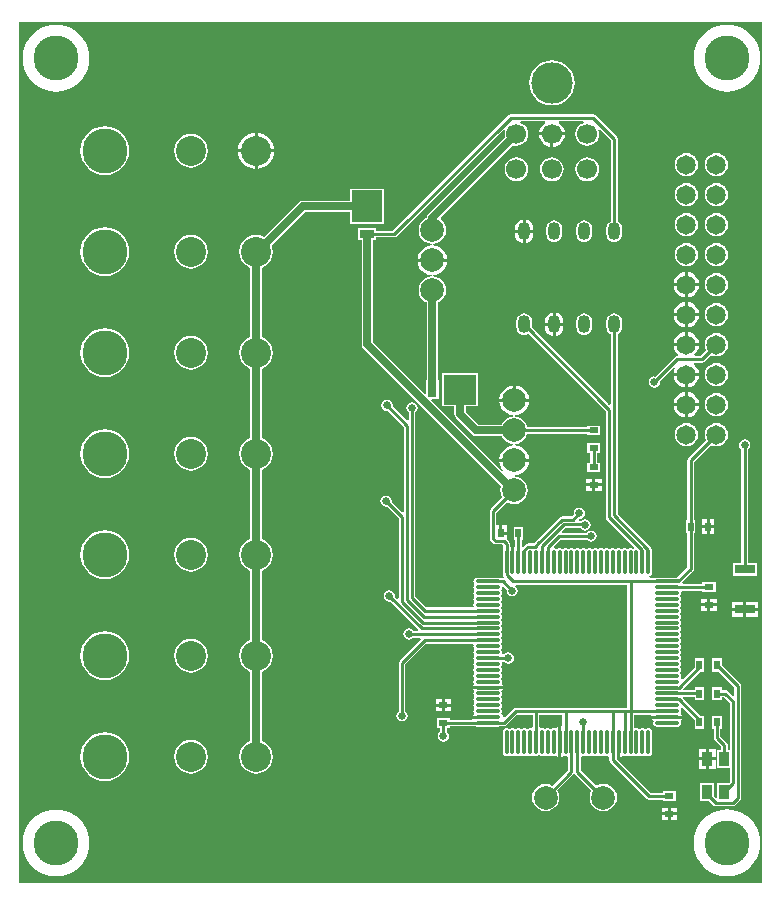
<source format=gtl>
G04 Layer_Physical_Order=1*
G04 Layer_Color=255*
%FSLAX44Y44*%
%MOMM*%
G71*
G01*
G75*
%ADD10R,0.8000X0.5000*%
%ADD11R,1.7000X0.8000*%
%ADD12R,0.5000X0.8000*%
%ADD13O,0.3000X2.1000*%
%ADD14O,2.1000X0.3000*%
%ADD15R,0.9000X1.2000*%
%ADD16R,2.5400X2.6670*%
%ADD17R,1.2700X0.7620*%
%ADD18R,2.6670X2.5400*%
%ADD19R,0.7620X1.2700*%
%ADD20C,0.2540*%
%ADD21C,0.6350*%
%ADD22C,0.5080*%
%ADD23C,2.0000*%
%ADD24C,3.8100*%
%ADD25C,1.6510*%
%ADD26C,2.5400*%
%ADD27C,1.7000*%
%ADD28C,3.5000*%
%ADD29O,1.0160X1.5240*%
%ADD30C,0.6350*%
G36*
X839984Y101007D02*
X210206D01*
Y830784D01*
X839984D01*
Y101007D01*
D02*
G37*
%LPC*%
G36*
X695957Y437108D02*
X690687D01*
Y433338D01*
X695957D01*
Y437108D01*
D02*
G37*
G36*
X799268Y409729D02*
X795498D01*
Y404459D01*
X799268D01*
Y409729D01*
D02*
G37*
G36*
X792958D02*
X789188D01*
Y404459D01*
X792958D01*
Y409729D01*
D02*
G37*
G36*
X703767Y443418D02*
X698497D01*
Y439647D01*
X703767D01*
Y443418D01*
D02*
G37*
G36*
X695957D02*
X690687D01*
Y439647D01*
X695957D01*
Y443418D01*
D02*
G37*
G36*
X703767Y437108D02*
X698497D01*
Y433338D01*
X703767D01*
Y437108D01*
D02*
G37*
G36*
X623334Y404194D02*
X619564D01*
Y398924D01*
X623334D01*
Y404194D01*
D02*
G37*
G36*
X824955Y477103D02*
X823121Y476738D01*
X821567Y475700D01*
X820528Y474145D01*
X820163Y472312D01*
X820528Y470478D01*
X821567Y468924D01*
X822106Y468564D01*
Y372672D01*
X814931D01*
Y361623D01*
X834979D01*
Y372672D01*
X827803D01*
Y468564D01*
X828342Y468924D01*
X829381Y470478D01*
X829746Y472312D01*
X829381Y474145D01*
X828342Y475700D01*
X826788Y476738D01*
X824955Y477103D01*
D02*
G37*
G36*
X283210Y399980D02*
X279177Y399583D01*
X275299Y398406D01*
X271724Y396496D01*
X268592Y393925D01*
X266021Y390792D01*
X264110Y387218D01*
X262934Y383340D01*
X262537Y379307D01*
X262934Y375273D01*
X264110Y371395D01*
X266021Y367821D01*
X268592Y364688D01*
X271724Y362117D01*
X275299Y360207D01*
X279177Y359030D01*
X283210Y358633D01*
X287243Y359030D01*
X291121Y360207D01*
X294696Y362117D01*
X297828Y364688D01*
X300399Y367821D01*
X302310Y371395D01*
X303486Y375273D01*
X303883Y379307D01*
X303486Y383340D01*
X302310Y387218D01*
X300399Y390792D01*
X297828Y393925D01*
X294696Y396496D01*
X291121Y398406D01*
X287243Y399583D01*
X283210Y399980D01*
D02*
G37*
G36*
X801278Y341966D02*
X796008D01*
Y338196D01*
X801278D01*
Y341966D01*
D02*
G37*
G36*
X799268Y401919D02*
X795498D01*
Y396649D01*
X799268D01*
Y401919D01*
D02*
G37*
G36*
X792958D02*
X789188D01*
Y396649D01*
X792958D01*
Y401919D01*
D02*
G37*
G36*
X356108Y393653D02*
X352395Y393164D01*
X348935Y391731D01*
X345963Y389451D01*
X343683Y386480D01*
X342250Y383020D01*
X341761Y379307D01*
X342250Y375593D01*
X343683Y372133D01*
X345963Y369162D01*
X348935Y366882D01*
X352395Y365449D01*
X356108Y364960D01*
X359821Y365449D01*
X363281Y366882D01*
X366253Y369162D01*
X368533Y372133D01*
X369966Y375593D01*
X370455Y379307D01*
X369966Y383020D01*
X368533Y386480D01*
X366253Y389451D01*
X363281Y391731D01*
X359821Y393164D01*
X356108Y393653D01*
D02*
G37*
G36*
X776833Y517147D02*
Y507696D01*
X786283D01*
X786080Y509244D01*
X784992Y511870D01*
X783262Y514125D01*
X781006Y515856D01*
X778381Y516943D01*
X776833Y517147D01*
D02*
G37*
G36*
X774293Y517147D02*
X772744Y516943D01*
X770118Y515856D01*
X767863Y514125D01*
X766133Y511870D01*
X765045Y509244D01*
X764842Y507696D01*
X774293D01*
Y517147D01*
D02*
G37*
G36*
X800963Y516290D02*
X798410Y515954D01*
X796031Y514968D01*
X793988Y513401D01*
X792421Y511358D01*
X791435Y508979D01*
X791099Y506426D01*
X791435Y503873D01*
X792421Y501495D01*
X793988Y499452D01*
X796031Y497884D01*
X798410Y496899D01*
X800963Y496563D01*
X803515Y496899D01*
X805894Y497884D01*
X807937Y499452D01*
X809504Y501495D01*
X810490Y503873D01*
X810826Y506426D01*
X810490Y508979D01*
X809504Y511358D01*
X807937Y513401D01*
X805894Y514968D01*
X803515Y515954D01*
X800963Y516290D01*
D02*
G37*
G36*
X786283Y530556D02*
X776833D01*
Y521105D01*
X778381Y521309D01*
X781006Y522397D01*
X783262Y524127D01*
X784992Y526382D01*
X786080Y529008D01*
X786283Y530556D01*
D02*
G37*
G36*
X631026Y522561D02*
Y511349D01*
X642237D01*
X641974Y513353D01*
X640710Y516404D01*
X638700Y519023D01*
X636081Y521033D01*
X633030Y522297D01*
X631026Y522561D01*
D02*
G37*
G36*
X628486D02*
X626483Y522297D01*
X623432Y521033D01*
X620813Y519023D01*
X618803Y516404D01*
X617539Y513353D01*
X617276Y511349D01*
X628486D01*
Y522561D01*
D02*
G37*
G36*
X774293Y505156D02*
X764842D01*
X765045Y503608D01*
X766133Y500982D01*
X767863Y498727D01*
X770118Y496997D01*
X772744Y495909D01*
X774293Y495705D01*
Y505156D01*
D02*
G37*
G36*
X356108Y479167D02*
X352395Y478678D01*
X348935Y477245D01*
X345963Y474965D01*
X343683Y471993D01*
X342250Y468533D01*
X341761Y464820D01*
X342250Y461107D01*
X343683Y457647D01*
X345963Y454675D01*
X348935Y452395D01*
X352395Y450962D01*
X356108Y450473D01*
X359821Y450962D01*
X363281Y452395D01*
X366253Y454675D01*
X368533Y457647D01*
X369966Y461107D01*
X370455Y464820D01*
X369966Y468533D01*
X368533Y471993D01*
X366253Y474965D01*
X363281Y477245D01*
X359821Y478678D01*
X356108Y479167D01*
D02*
G37*
G36*
X702751Y473664D02*
X691703D01*
Y465616D01*
X694378D01*
Y457402D01*
X691703D01*
Y449353D01*
X702751D01*
Y457402D01*
X700075D01*
Y465616D01*
X702751D01*
Y473664D01*
D02*
G37*
G36*
X283210Y485494D02*
X279177Y485096D01*
X275299Y483920D01*
X271724Y482009D01*
X268592Y479438D01*
X266021Y476306D01*
X264110Y472731D01*
X262934Y468853D01*
X262537Y464820D01*
X262934Y460787D01*
X264110Y456908D01*
X266021Y453334D01*
X268592Y450201D01*
X271724Y447631D01*
X275299Y445720D01*
X279177Y444544D01*
X283210Y444146D01*
X287243Y444544D01*
X291121Y445720D01*
X294696Y447631D01*
X297828Y450201D01*
X300399Y453334D01*
X302310Y456908D01*
X303486Y460787D01*
X303883Y464820D01*
X303486Y468853D01*
X302310Y472731D01*
X300399Y476306D01*
X297828Y479438D01*
X294696Y482009D01*
X291121Y483920D01*
X287243Y485096D01*
X283210Y485494D01*
D02*
G37*
G36*
X786283Y505156D02*
X776833D01*
Y495705D01*
X778381Y495909D01*
X781006Y496997D01*
X783262Y498727D01*
X784992Y500982D01*
X786080Y503608D01*
X786283Y505156D01*
D02*
G37*
G36*
X598803Y533299D02*
X569085D01*
Y504851D01*
X579153D01*
Y498570D01*
X579518Y496736D01*
X580556Y495182D01*
X594446Y481292D01*
X596001Y480253D01*
X597834Y479888D01*
X619268D01*
X619690Y478868D01*
X621538Y476460D01*
X623945Y474613D01*
X626748Y473452D01*
X629072Y473146D01*
X629177Y473132D01*
Y471852D01*
X629072Y471838D01*
X626483Y471497D01*
X623432Y470233D01*
X620813Y468223D01*
X618803Y465604D01*
X617539Y462553D01*
X617276Y460550D01*
X629756D01*
X642237D01*
X641974Y462553D01*
X640710Y465604D01*
X638700Y468223D01*
X636081Y470233D01*
X633030Y471497D01*
X630441Y471838D01*
X630336Y471852D01*
Y473132D01*
X630441Y473146D01*
X632765Y473452D01*
X635568Y474613D01*
X637976Y476460D01*
X639823Y478868D01*
X640984Y481671D01*
X641005Y481831D01*
X691703D01*
Y480616D01*
X702751D01*
Y488664D01*
X691703D01*
Y487528D01*
X641005D01*
X640984Y487688D01*
X639823Y490491D01*
X637976Y492898D01*
X635568Y494746D01*
X632765Y495907D01*
X630441Y496213D01*
X630336Y496227D01*
Y497508D01*
X630441Y497522D01*
X633030Y497862D01*
X636081Y499126D01*
X638700Y501136D01*
X640710Y503755D01*
X641974Y506806D01*
X642237Y508810D01*
X629756D01*
X617276D01*
X617539Y506806D01*
X618803Y503755D01*
X620813Y501136D01*
X623432Y499126D01*
X626483Y497862D01*
X629072Y497522D01*
X629177Y497508D01*
Y496227D01*
X629072Y496213D01*
X626748Y495907D01*
X623945Y494746D01*
X621538Y492898D01*
X619690Y490491D01*
X619268Y489471D01*
X599819D01*
X588735Y500554D01*
Y504851D01*
X598803D01*
Y533299D01*
D02*
G37*
G36*
X775563Y490890D02*
X773010Y490554D01*
X770631Y489568D01*
X768588Y488001D01*
X767020Y485958D01*
X766035Y483579D01*
X765699Y481026D01*
X766035Y478474D01*
X767020Y476095D01*
X768588Y474052D01*
X770631Y472484D01*
X773010Y471499D01*
X775563Y471163D01*
X778115Y471499D01*
X780494Y472484D01*
X782537Y474052D01*
X784104Y476095D01*
X785090Y478474D01*
X785426Y481026D01*
X785090Y483579D01*
X784104Y485958D01*
X782537Y488001D01*
X780494Y489568D01*
X778115Y490554D01*
X775563Y490890D01*
D02*
G37*
G36*
X793468Y341966D02*
X788198D01*
Y338196D01*
X793468D01*
Y341966D01*
D02*
G37*
G36*
X800343Y205194D02*
X794574D01*
Y197924D01*
X800343D01*
Y205194D01*
D02*
G37*
G36*
X792033D02*
X786264D01*
Y197924D01*
X792033D01*
Y205194D01*
D02*
G37*
G36*
X356108Y222627D02*
X352395Y222138D01*
X348935Y220705D01*
X345963Y218425D01*
X343683Y215453D01*
X342250Y211993D01*
X341761Y208280D01*
X342250Y204567D01*
X343683Y201107D01*
X345963Y198135D01*
X348935Y195855D01*
X352395Y194422D01*
X356108Y193933D01*
X359821Y194422D01*
X363281Y195855D01*
X366253Y198135D01*
X368533Y201107D01*
X369966Y204567D01*
X370455Y208280D01*
X369966Y211993D01*
X368533Y215453D01*
X366253Y218425D01*
X363281Y220705D01*
X359821Y222138D01*
X356108Y222627D01*
D02*
G37*
G36*
X772178Y240608D02*
X759312D01*
X746445D01*
X746506Y240302D01*
X747399Y238966D01*
X747862Y238656D01*
X747463Y238058D01*
X747228Y236878D01*
X747463Y235699D01*
X748131Y234698D01*
X749132Y234030D01*
X750312Y233795D01*
X768312D01*
X769492Y234030D01*
X770492Y234698D01*
X771160Y235699D01*
X771395Y236878D01*
X771160Y238058D01*
X770761Y238656D01*
X771224Y238966D01*
X772117Y240302D01*
X772178Y240608D01*
D02*
G37*
G36*
X800343Y215004D02*
X794574D01*
Y207733D01*
X800343D01*
Y215004D01*
D02*
G37*
G36*
X792033D02*
X786264D01*
Y207733D01*
X792033D01*
Y215004D01*
D02*
G37*
G36*
X283210Y228953D02*
X279177Y228556D01*
X275299Y227380D01*
X271724Y225469D01*
X268592Y222898D01*
X266021Y219766D01*
X264110Y216191D01*
X262934Y212313D01*
X262537Y208280D01*
X262934Y204247D01*
X264110Y200369D01*
X266021Y196794D01*
X268592Y193662D01*
X271724Y191091D01*
X275299Y189180D01*
X279177Y188004D01*
X283210Y187607D01*
X287243Y188004D01*
X291121Y189180D01*
X294696Y191091D01*
X297828Y193662D01*
X300399Y196794D01*
X302310Y200369D01*
X303486Y204247D01*
X303883Y208280D01*
X303486Y212313D01*
X302310Y216191D01*
X300399Y219766D01*
X297828Y222898D01*
X294696Y225469D01*
X291121Y227380D01*
X287243Y228556D01*
X283210Y228953D01*
D02*
G37*
G36*
X759837Y158617D02*
X754567D01*
Y154847D01*
X759837D01*
Y158617D01*
D02*
G37*
G36*
X810043Y163675D02*
X805619Y163327D01*
X801304Y162291D01*
X797204Y160593D01*
X793420Y158274D01*
X790046Y155392D01*
X787163Y152017D01*
X784845Y148234D01*
X783147Y144134D01*
X782111Y139818D01*
X781762Y135394D01*
X782111Y130970D01*
X783147Y126655D01*
X784845Y122555D01*
X787163Y118771D01*
X790046Y115396D01*
X793420Y112514D01*
X797204Y110196D01*
X801304Y108497D01*
X805619Y107461D01*
X810043Y107113D01*
X814468Y107461D01*
X818783Y108497D01*
X822883Y110196D01*
X826667Y112514D01*
X830041Y115396D01*
X832923Y118771D01*
X835242Y122555D01*
X836941Y126655D01*
X837977Y130970D01*
X838325Y135394D01*
X837977Y139818D01*
X836941Y144134D01*
X835242Y148234D01*
X832923Y152017D01*
X830041Y155392D01*
X826667Y158274D01*
X822883Y160593D01*
X818783Y162291D01*
X814468Y163327D01*
X810043Y163675D01*
D02*
G37*
G36*
X241903Y163602D02*
X237479Y163254D01*
X233164Y162218D01*
X229064Y160519D01*
X225280Y158201D01*
X221906Y155318D01*
X219023Y151944D01*
X216705Y148160D01*
X215006Y144060D01*
X213970Y139745D01*
X213622Y135321D01*
X213970Y130897D01*
X215006Y126581D01*
X216705Y122481D01*
X219023Y118697D01*
X221906Y115323D01*
X225280Y112441D01*
X229064Y110122D01*
X233164Y108424D01*
X237479Y107388D01*
X241903Y107039D01*
X246327Y107388D01*
X250643Y108424D01*
X254743Y110122D01*
X258527Y112441D01*
X261901Y115323D01*
X264783Y118697D01*
X267102Y122481D01*
X268800Y126581D01*
X269836Y130897D01*
X270184Y135321D01*
X269836Y139745D01*
X268800Y144060D01*
X267102Y148160D01*
X264783Y151944D01*
X261901Y155318D01*
X258527Y158201D01*
X254743Y160519D01*
X250643Y162218D01*
X246327Y163254D01*
X241903Y163602D01*
D02*
G37*
G36*
X767647Y164927D02*
X762377D01*
Y161157D01*
X767647D01*
Y164927D01*
D02*
G37*
G36*
X759837D02*
X754567D01*
Y161157D01*
X759837D01*
Y164927D01*
D02*
G37*
G36*
X767647Y158617D02*
X762377D01*
Y154847D01*
X767647D01*
Y158617D01*
D02*
G37*
G36*
X793468Y335656D02*
X788198D01*
Y331886D01*
X793468D01*
Y335656D01*
D02*
G37*
G36*
X835995Y331878D02*
X826225D01*
Y326608D01*
X835995D01*
Y331878D01*
D02*
G37*
G36*
X823685D02*
X813915D01*
Y326608D01*
X823685D01*
Y331878D01*
D02*
G37*
G36*
X835995Y339688D02*
X826225D01*
Y334418D01*
X835995D01*
Y339688D01*
D02*
G37*
G36*
X823685D02*
X813915D01*
Y334418D01*
X823685D01*
Y339688D01*
D02*
G37*
G36*
X801278Y335656D02*
X796008D01*
Y331886D01*
X801278D01*
Y335656D01*
D02*
G37*
G36*
X356108Y308140D02*
X352395Y307651D01*
X348935Y306218D01*
X345963Y303938D01*
X343683Y300967D01*
X342250Y297507D01*
X341761Y293793D01*
X342250Y290080D01*
X343683Y286620D01*
X345963Y283649D01*
X348935Y281369D01*
X352395Y279935D01*
X356108Y279447D01*
X359821Y279935D01*
X363281Y281369D01*
X366253Y283649D01*
X368533Y286620D01*
X369966Y290080D01*
X370455Y293793D01*
X369966Y297507D01*
X368533Y300967D01*
X366253Y303938D01*
X363281Y306218D01*
X359821Y307651D01*
X356108Y308140D01*
D02*
G37*
G36*
X568631Y256967D02*
X563361D01*
Y253197D01*
X568631D01*
Y256967D01*
D02*
G37*
G36*
X576441Y250657D02*
X571171D01*
Y246887D01*
X576441D01*
Y250657D01*
D02*
G37*
G36*
X568631D02*
X563361D01*
Y246887D01*
X568631D01*
Y250657D01*
D02*
G37*
G36*
X283210Y314467D02*
X279177Y314070D01*
X275299Y312893D01*
X271724Y310983D01*
X268592Y308412D01*
X266021Y305279D01*
X264110Y301705D01*
X262934Y297826D01*
X262537Y293793D01*
X262934Y289760D01*
X264110Y285882D01*
X266021Y282308D01*
X268592Y279175D01*
X271724Y276604D01*
X275299Y274694D01*
X279177Y273517D01*
X283210Y273120D01*
X287243Y273517D01*
X291121Y274694D01*
X294696Y276604D01*
X297828Y279175D01*
X300399Y282308D01*
X302310Y285882D01*
X303486Y289760D01*
X303883Y293793D01*
X303486Y297826D01*
X302310Y301705D01*
X300399Y305279D01*
X297828Y308412D01*
X294696Y310983D01*
X291121Y312893D01*
X287243Y314070D01*
X283210Y314467D01*
D02*
G37*
G36*
X805590Y291500D02*
X797542D01*
Y280452D01*
X803061D01*
X816313Y267200D01*
Y259726D01*
X815139Y259240D01*
X810592Y263787D01*
X809668Y264405D01*
X808578Y264622D01*
X808578Y264622D01*
X805590D01*
Y267297D01*
X797542D01*
Y256249D01*
X805590D01*
Y258924D01*
X807398D01*
X812249Y254074D01*
Y213988D01*
X810652D01*
Y218030D01*
X810435Y219120D01*
X809818Y220045D01*
X809818Y220045D01*
X804414Y225448D01*
Y232047D01*
X805590D01*
Y243095D01*
X797542D01*
Y232047D01*
X798717D01*
Y224268D01*
X798717Y224268D01*
X798934Y223178D01*
X799551Y222254D01*
X804955Y216850D01*
Y213988D01*
X801779D01*
Y198939D01*
X812249D01*
Y186938D01*
X811299Y185987D01*
X801779D01*
Y173746D01*
X800509Y173220D01*
X799327Y174402D01*
Y185987D01*
X787280D01*
Y170940D01*
X794732D01*
X798234Y167438D01*
X798234Y167438D01*
X799158Y166820D01*
X800248Y166603D01*
X814953D01*
X814953Y166603D01*
X816043Y166820D01*
X816967Y167438D01*
X821176Y171646D01*
X821176Y171646D01*
X821793Y172570D01*
X822010Y173661D01*
X822010Y173661D01*
Y268380D01*
X822010Y268380D01*
X821793Y269470D01*
X821176Y270394D01*
X821176Y270394D01*
X805590Y285981D01*
Y291500D01*
D02*
G37*
G36*
X576441Y256967D02*
X571171D01*
Y253197D01*
X576441D01*
Y256967D01*
D02*
G37*
G36*
X800963Y694090D02*
X798410Y693754D01*
X796031Y692768D01*
X793988Y691201D01*
X792421Y689158D01*
X791435Y686779D01*
X791099Y684226D01*
X791435Y681674D01*
X792421Y679295D01*
X793988Y677252D01*
X796031Y675684D01*
X798410Y674699D01*
X800963Y674363D01*
X803515Y674699D01*
X805894Y675684D01*
X807937Y677252D01*
X809504Y679295D01*
X810490Y681674D01*
X810826Y684226D01*
X810490Y686779D01*
X809504Y689158D01*
X807937Y691201D01*
X805894Y692768D01*
X803515Y693754D01*
X800963Y694090D01*
D02*
G37*
G36*
X775563D02*
X773010Y693754D01*
X770631Y692768D01*
X768588Y691201D01*
X767020Y689158D01*
X766035Y686779D01*
X765699Y684226D01*
X766035Y681674D01*
X767020Y679295D01*
X768588Y677252D01*
X770631Y675684D01*
X773010Y674699D01*
X775563Y674363D01*
X778115Y674699D01*
X780494Y675684D01*
X782537Y677252D01*
X784104Y679295D01*
X785090Y681674D01*
X785426Y684226D01*
X785090Y686779D01*
X784104Y689158D01*
X782537Y691201D01*
X780494Y692768D01*
X778115Y693754D01*
X775563Y694090D01*
D02*
G37*
G36*
X519574Y689273D02*
X491125D01*
Y679161D01*
X450596D01*
X448763Y678796D01*
X447208Y677758D01*
X417920Y648470D01*
X414939Y649705D01*
X411226Y650193D01*
X407513Y649705D01*
X404053Y648271D01*
X401081Y645991D01*
X398801Y643020D01*
X397368Y639560D01*
X396879Y635847D01*
X397368Y632133D01*
X398801Y628673D01*
X401081Y625702D01*
X404053Y623422D01*
X406435Y622435D01*
Y563745D01*
X404053Y562758D01*
X401081Y560478D01*
X398801Y557507D01*
X397368Y554047D01*
X396879Y550333D01*
X397368Y546620D01*
X398801Y543160D01*
X401081Y540189D01*
X404053Y537909D01*
X406435Y536922D01*
Y478231D01*
X404053Y477245D01*
X401081Y474965D01*
X398801Y471993D01*
X397368Y468533D01*
X396879Y464820D01*
X397368Y461107D01*
X398801Y457647D01*
X401081Y454675D01*
X404053Y452395D01*
X406435Y451409D01*
Y392718D01*
X404053Y391731D01*
X401081Y389451D01*
X398801Y386480D01*
X397368Y383020D01*
X396879Y379307D01*
X397368Y375593D01*
X398801Y372133D01*
X401081Y369162D01*
X404053Y366882D01*
X406435Y365895D01*
Y307205D01*
X404053Y306218D01*
X401081Y303938D01*
X398801Y300967D01*
X397368Y297507D01*
X396879Y293793D01*
X397368Y290080D01*
X398801Y286620D01*
X401081Y283649D01*
X404053Y281369D01*
X406435Y280382D01*
Y221691D01*
X404053Y220705D01*
X401081Y218425D01*
X398801Y215453D01*
X397368Y211993D01*
X396879Y208280D01*
X397368Y204567D01*
X398801Y201107D01*
X401081Y198135D01*
X404053Y195855D01*
X407513Y194422D01*
X411226Y193933D01*
X414939Y194422D01*
X418399Y195855D01*
X421371Y198135D01*
X423651Y201107D01*
X425084Y204567D01*
X425573Y208280D01*
X425084Y211993D01*
X423651Y215453D01*
X421371Y218425D01*
X418399Y220705D01*
X416017Y221691D01*
Y280382D01*
X418399Y281369D01*
X421371Y283649D01*
X423651Y286620D01*
X425084Y290080D01*
X425573Y293793D01*
X425084Y297507D01*
X423651Y300967D01*
X421371Y303938D01*
X418399Y306218D01*
X416017Y307205D01*
Y365895D01*
X418399Y366882D01*
X421371Y369162D01*
X423651Y372133D01*
X425084Y375593D01*
X425573Y379307D01*
X425084Y383020D01*
X423651Y386480D01*
X421371Y389451D01*
X418399Y391731D01*
X416017Y392718D01*
Y451409D01*
X418399Y452395D01*
X421371Y454675D01*
X423651Y457647D01*
X425084Y461107D01*
X425573Y464820D01*
X425084Y468533D01*
X423651Y471993D01*
X421371Y474965D01*
X418399Y477245D01*
X416017Y478231D01*
Y536922D01*
X418399Y537909D01*
X421371Y540189D01*
X423651Y543160D01*
X425084Y546620D01*
X425573Y550333D01*
X425084Y554047D01*
X423651Y557507D01*
X421371Y560478D01*
X418399Y562758D01*
X416017Y563745D01*
Y622435D01*
X418399Y623422D01*
X421371Y625702D01*
X423651Y628673D01*
X425084Y632133D01*
X425573Y635847D01*
X425084Y639560D01*
X424345Y641344D01*
X452580Y669579D01*
X491125D01*
Y659555D01*
X519574D01*
Y689273D01*
D02*
G37*
G36*
X691757Y715723D02*
X689140Y715378D01*
X686702Y714368D01*
X684608Y712761D01*
X683001Y710667D01*
X681991Y708229D01*
X681647Y705612D01*
X681991Y702995D01*
X683001Y700557D01*
X684608Y698463D01*
X686702Y696856D01*
X689140Y695846D01*
X691757Y695502D01*
X694374Y695846D01*
X696812Y696856D01*
X698906Y698463D01*
X700513Y700557D01*
X701523Y702995D01*
X701868Y705612D01*
X701523Y708229D01*
X700513Y710667D01*
X698906Y712761D01*
X696812Y714368D01*
X694374Y715378D01*
X691757Y715723D01*
D02*
G37*
G36*
X661757D02*
X659140Y715378D01*
X656702Y714368D01*
X654608Y712761D01*
X653001Y710667D01*
X651991Y708229D01*
X651647Y705612D01*
X651991Y702995D01*
X653001Y700557D01*
X654608Y698463D01*
X656702Y696856D01*
X659140Y695846D01*
X661757Y695502D01*
X664374Y695846D01*
X666812Y696856D01*
X668906Y698463D01*
X670513Y700557D01*
X671523Y702995D01*
X671868Y705612D01*
X671523Y708229D01*
X670513Y710667D01*
X668906Y712761D01*
X666812Y714368D01*
X664374Y715378D01*
X661757Y715723D01*
D02*
G37*
G36*
X631757D02*
X629140Y715378D01*
X626702Y714368D01*
X624608Y712761D01*
X623001Y710667D01*
X621991Y708229D01*
X621647Y705612D01*
X621991Y702995D01*
X623001Y700557D01*
X624608Y698463D01*
X626702Y696856D01*
X629140Y695846D01*
X631757Y695502D01*
X634374Y695846D01*
X636812Y696856D01*
X638906Y698463D01*
X640513Y700557D01*
X641523Y702995D01*
X641868Y705612D01*
X641523Y708229D01*
X640513Y710667D01*
X638906Y712761D01*
X636812Y714368D01*
X634374Y715378D01*
X631757Y715723D01*
D02*
G37*
G36*
X639535Y663189D02*
Y654400D01*
X645951D01*
Y655670D01*
X645689Y657659D01*
X644922Y659513D01*
X643700Y661105D01*
X642108Y662326D01*
X640255Y663094D01*
X639535Y663189D01*
D02*
G37*
G36*
X689065Y662331D02*
X687342Y662104D01*
X685735Y661439D01*
X684355Y660380D01*
X683297Y659000D01*
X682632Y657394D01*
X682404Y655670D01*
Y650590D01*
X682632Y648866D01*
X683297Y647260D01*
X684355Y645880D01*
X685735Y644821D01*
X687342Y644156D01*
X689065Y643929D01*
X690789Y644156D01*
X692396Y644821D01*
X693775Y645880D01*
X694834Y647260D01*
X695499Y648866D01*
X695726Y650590D01*
Y655670D01*
X695499Y657394D01*
X694834Y659000D01*
X693775Y660380D01*
X692396Y661439D01*
X690789Y662104D01*
X689065Y662331D01*
D02*
G37*
G36*
X663665D02*
X661942Y662104D01*
X660335Y661439D01*
X658956Y660380D01*
X657897Y659000D01*
X657232Y657394D01*
X657004Y655670D01*
Y650590D01*
X657232Y648866D01*
X657897Y647260D01*
X658956Y645880D01*
X660335Y644821D01*
X661942Y644156D01*
X663665Y643929D01*
X665389Y644156D01*
X666996Y644821D01*
X668375Y645880D01*
X669434Y647260D01*
X670099Y648866D01*
X670327Y650590D01*
Y655670D01*
X670099Y657394D01*
X669434Y659000D01*
X668375Y660380D01*
X666996Y661439D01*
X665389Y662104D01*
X663665Y662331D01*
D02*
G37*
G36*
X645951Y651860D02*
X639535D01*
Y643071D01*
X640255Y643166D01*
X642108Y643934D01*
X643700Y645155D01*
X644922Y646747D01*
X645689Y648601D01*
X645951Y650590D01*
Y651860D01*
D02*
G37*
G36*
X636996Y663189D02*
X636276Y663094D01*
X634423Y662326D01*
X632831Y661105D01*
X631609Y659513D01*
X630842Y657659D01*
X630580Y655670D01*
Y654400D01*
X636996D01*
Y663189D01*
D02*
G37*
G36*
X800963Y668690D02*
X798410Y668354D01*
X796031Y667368D01*
X793988Y665801D01*
X792421Y663758D01*
X791435Y661379D01*
X791099Y658826D01*
X791435Y656273D01*
X792421Y653895D01*
X793988Y651852D01*
X796031Y650284D01*
X798410Y649299D01*
X800963Y648963D01*
X803515Y649299D01*
X805894Y650284D01*
X807937Y651852D01*
X809504Y653895D01*
X810490Y656273D01*
X810826Y658826D01*
X810490Y661379D01*
X809504Y663758D01*
X807937Y665801D01*
X805894Y667368D01*
X803515Y668354D01*
X800963Y668690D01*
D02*
G37*
G36*
X775563D02*
X773010Y668354D01*
X770631Y667368D01*
X768588Y665801D01*
X767020Y663758D01*
X766035Y661379D01*
X765699Y658826D01*
X766035Y656273D01*
X767020Y653895D01*
X768588Y651852D01*
X770631Y650284D01*
X773010Y649299D01*
X775563Y648963D01*
X778115Y649299D01*
X780494Y650284D01*
X782537Y651852D01*
X784104Y653895D01*
X785090Y656273D01*
X785426Y658826D01*
X785090Y661379D01*
X784104Y663758D01*
X782537Y665801D01*
X780494Y667368D01*
X778115Y668354D01*
X775563Y668690D01*
D02*
G37*
G36*
Y719490D02*
X773010Y719154D01*
X770631Y718168D01*
X768588Y716601D01*
X767020Y714558D01*
X766035Y712179D01*
X765699Y709626D01*
X766035Y707074D01*
X767020Y704695D01*
X768588Y702652D01*
X770631Y701084D01*
X773010Y700099D01*
X775563Y699763D01*
X778115Y700099D01*
X780494Y701084D01*
X782537Y702652D01*
X784104Y704695D01*
X785090Y707074D01*
X785426Y709626D01*
X785090Y712179D01*
X784104Y714558D01*
X782537Y716601D01*
X780494Y718168D01*
X778115Y719154D01*
X775563Y719490D01*
D02*
G37*
G36*
X696898Y752115D02*
X696898Y752115D01*
X626745D01*
X626745Y752115D01*
X625655Y751898D01*
X624731Y751281D01*
X624731Y751281D01*
X527218Y653768D01*
X513223D01*
Y656253D01*
X497476D01*
Y645585D01*
X500558D01*
Y557369D01*
X500923Y555536D01*
X501962Y553981D01*
X618683Y437260D01*
X618529Y436888D01*
X618133Y433880D01*
X618529Y430871D01*
X619690Y428068D01*
X619788Y427940D01*
X609938Y418090D01*
X609321Y417166D01*
X609104Y416076D01*
X609104Y416076D01*
Y393052D01*
X609104Y393052D01*
X609321Y391962D01*
X609938Y391038D01*
X612130Y388846D01*
X612130Y388846D01*
X613054Y388228D01*
X614144Y388012D01*
X614144Y388012D01*
X619775D01*
X620463Y387323D01*
Y383057D01*
X620228Y381878D01*
Y363878D01*
X620463Y362700D01*
Y362569D01*
X620463Y362569D01*
X620680Y361479D01*
X621124Y360813D01*
X620752Y360015D01*
X620396Y359663D01*
X620075Y359727D01*
X620075Y359727D01*
X617491D01*
X616312Y359962D01*
X598312D01*
X597132Y359727D01*
X596132Y359059D01*
X595463Y358058D01*
X595228Y356878D01*
X595463Y355699D01*
X596132Y354698D01*
Y354059D01*
X595463Y353058D01*
X595228Y351878D01*
X595463Y350699D01*
X596132Y349698D01*
Y349059D01*
X595463Y348058D01*
X595228Y346878D01*
X595463Y345699D01*
X596132Y344698D01*
Y344059D01*
X595463Y343058D01*
X595228Y341878D01*
X595463Y340699D01*
X596132Y339698D01*
Y339059D01*
X595463Y338058D01*
X595228Y336878D01*
X595404Y335997D01*
X594701Y334727D01*
X555090D01*
X546095Y343722D01*
Y499927D01*
X546634Y500287D01*
X547673Y501841D01*
X548037Y503675D01*
X547673Y505508D01*
X546634Y507063D01*
X545080Y508101D01*
X543246Y508466D01*
X541413Y508101D01*
X539859Y507063D01*
X538820Y505508D01*
X538455Y503675D01*
X538820Y501841D01*
X539859Y500287D01*
X540398Y499927D01*
Y493202D01*
X539224Y492716D01*
X526867Y505073D01*
X526994Y505709D01*
X526629Y507542D01*
X525590Y509097D01*
X524036Y510135D01*
X522203Y510500D01*
X520369Y510135D01*
X518815Y509097D01*
X517776Y507542D01*
X517412Y505709D01*
X517776Y503876D01*
X518815Y502321D01*
X520369Y501283D01*
X522203Y500918D01*
X522839Y501045D01*
X536334Y487549D01*
Y415358D01*
X535160Y414871D01*
X526029Y424003D01*
X526155Y424639D01*
X525790Y426473D01*
X524752Y428027D01*
X523197Y429065D01*
X521364Y429430D01*
X519530Y429065D01*
X517976Y428027D01*
X516938Y426473D01*
X516573Y424639D01*
X516938Y422806D01*
X517976Y421251D01*
X519530Y420213D01*
X521364Y419848D01*
X522000Y419974D01*
X531934Y410041D01*
Y342301D01*
X530760Y341815D01*
X528739Y343836D01*
X528865Y344472D01*
X528500Y346306D01*
X527462Y347860D01*
X525908Y348899D01*
X524074Y349263D01*
X522241Y348899D01*
X520686Y347860D01*
X519648Y346306D01*
X519283Y344472D01*
X519648Y342639D01*
X520686Y341085D01*
X522241Y340046D01*
X524074Y339681D01*
X524710Y339808D01*
X548520Y315997D01*
X547994Y314727D01*
X544849D01*
X544208Y315686D01*
X542654Y316725D01*
X540820Y317090D01*
X538987Y316725D01*
X537433Y315686D01*
X536394Y314132D01*
X536029Y312299D01*
X536394Y310465D01*
X537433Y308911D01*
X538987Y307872D01*
X540820Y307508D01*
X542654Y307872D01*
X544208Y308911D01*
X544287Y309030D01*
X550237D01*
X550762Y307760D01*
X532768Y289765D01*
X532150Y288841D01*
X531934Y287751D01*
X531934Y287751D01*
Y246703D01*
X531395Y246342D01*
X530356Y244788D01*
X529991Y242955D01*
X530356Y241121D01*
X531395Y239567D01*
X532949Y238528D01*
X534782Y238164D01*
X536616Y238528D01*
X538170Y239567D01*
X539209Y241121D01*
X539574Y242955D01*
X539209Y244788D01*
X538170Y246342D01*
X537631Y246703D01*
Y286571D01*
X555090Y304030D01*
X594701D01*
X595404Y302760D01*
X595228Y301878D01*
X595463Y300699D01*
X596132Y299698D01*
Y299059D01*
X595463Y298058D01*
X595228Y296878D01*
X595463Y295699D01*
X596132Y294698D01*
Y294059D01*
X595463Y293058D01*
X595228Y291878D01*
X595463Y290699D01*
X596132Y289698D01*
Y289059D01*
X595463Y288058D01*
X595228Y286878D01*
X595463Y285699D01*
X596132Y284698D01*
Y284059D01*
X595463Y283058D01*
X595228Y281878D01*
X595463Y280699D01*
X596132Y279698D01*
Y279058D01*
X595463Y278058D01*
X595228Y276878D01*
X595463Y275699D01*
X596132Y274698D01*
Y274059D01*
X595463Y273058D01*
X595228Y271878D01*
X595463Y270699D01*
X595863Y270101D01*
X595399Y269791D01*
X594506Y268455D01*
X594445Y268148D01*
X607312D01*
X620178D01*
X620117Y268455D01*
X619224Y269791D01*
X618761Y270101D01*
X619160Y270699D01*
X619395Y271878D01*
X619160Y273058D01*
X618492Y274059D01*
Y274698D01*
X619160Y275699D01*
X619395Y276878D01*
X619160Y278058D01*
X618492Y279058D01*
Y279698D01*
X619160Y280699D01*
X619395Y281878D01*
X619160Y283058D01*
X618492Y284059D01*
Y284698D01*
X619160Y285699D01*
X619395Y286878D01*
X619220Y287760D01*
X619922Y289030D01*
X621159D01*
X621519Y288491D01*
X623073Y287452D01*
X624907Y287087D01*
X626740Y287452D01*
X628295Y288491D01*
X629333Y290045D01*
X629698Y291878D01*
X629333Y293712D01*
X628295Y295266D01*
X626740Y296305D01*
X624907Y296670D01*
X623073Y296305D01*
X621519Y295266D01*
X621159Y294727D01*
X619922D01*
X619220Y295997D01*
X619395Y296878D01*
X619160Y298058D01*
X618492Y299059D01*
Y299698D01*
X619160Y300699D01*
X619395Y301878D01*
X619160Y303058D01*
X618492Y304058D01*
Y304698D01*
X619160Y305699D01*
X619395Y306878D01*
X619160Y308058D01*
X618492Y309059D01*
Y309698D01*
X619160Y310699D01*
X619395Y311878D01*
X619160Y313058D01*
X618492Y314059D01*
Y314698D01*
X619160Y315699D01*
X619395Y316878D01*
X619160Y318058D01*
X618492Y319059D01*
Y319698D01*
X619160Y320699D01*
X619395Y321878D01*
X619160Y323058D01*
X618492Y324059D01*
Y324698D01*
X619160Y325699D01*
X619395Y326878D01*
X619160Y328058D01*
X618492Y329058D01*
Y329698D01*
X619160Y330699D01*
X619395Y331878D01*
X619160Y333058D01*
X618492Y334059D01*
Y334698D01*
X619160Y335699D01*
X619395Y336878D01*
X619160Y338058D01*
X618492Y339059D01*
Y339698D01*
X619160Y340699D01*
X619395Y341878D01*
X619160Y343058D01*
X618492Y344059D01*
Y344698D01*
X619160Y345699D01*
X619395Y346878D01*
X619160Y348058D01*
X618492Y349059D01*
Y349698D01*
X619160Y350699D01*
X619371Y351758D01*
X619813Y352033D01*
X620601Y352323D01*
X623513Y349412D01*
X623387Y348776D01*
X623751Y346942D01*
X624790Y345388D01*
X626344Y344350D01*
X628178Y343985D01*
X630011Y344350D01*
X631565Y345388D01*
X632604Y346942D01*
X632969Y348776D01*
X632604Y350609D01*
X631565Y352164D01*
X630673Y352760D01*
X631059Y354030D01*
X725463D01*
Y249727D01*
X630951D01*
X629861Y249510D01*
X628937Y248893D01*
X628937Y248893D01*
X621676Y241632D01*
X621113Y241743D01*
X620380Y242132D01*
X620117Y243455D01*
X619224Y244791D01*
X618761Y245101D01*
X619160Y245699D01*
X619395Y246878D01*
X619160Y248058D01*
X618492Y249059D01*
Y249698D01*
X619160Y250699D01*
X619395Y251878D01*
X619160Y253058D01*
X618492Y254058D01*
Y254698D01*
X619160Y255699D01*
X619395Y256878D01*
X619160Y258058D01*
X618492Y259059D01*
Y259698D01*
X619160Y260699D01*
X619395Y261878D01*
X619160Y263058D01*
X618761Y263656D01*
X619224Y263966D01*
X620117Y265302D01*
X620178Y265608D01*
X607312D01*
X594445D01*
X594506Y265302D01*
X595399Y263966D01*
X595863Y263656D01*
X595463Y263058D01*
X595228Y261878D01*
X595463Y260699D01*
X596132Y259698D01*
Y259059D01*
X595463Y258058D01*
X595228Y256878D01*
X595463Y255699D01*
X596132Y254698D01*
Y254058D01*
X595463Y253058D01*
X595228Y251878D01*
X595463Y250699D01*
X596132Y249698D01*
Y249059D01*
X595463Y248058D01*
X595228Y246878D01*
X595463Y245699D01*
X595863Y245101D01*
X595399Y244791D01*
X594506Y243455D01*
X594445Y243148D01*
X607312D01*
Y240608D01*
X594044D01*
X593447Y239776D01*
X575425D01*
Y240951D01*
X564377D01*
Y232903D01*
X567052D01*
Y229692D01*
X566513Y229332D01*
X565474Y227778D01*
X565110Y225944D01*
X565474Y224111D01*
X566513Y222557D01*
X568067Y221518D01*
X569901Y221153D01*
X571734Y221518D01*
X573288Y222557D01*
X574327Y224111D01*
X574692Y225944D01*
X574327Y227778D01*
X573288Y229332D01*
X572749Y229692D01*
Y232903D01*
X575425D01*
Y234078D01*
X597059D01*
X597132Y234030D01*
X598312Y233795D01*
X616312D01*
X617491Y234030D01*
X620951D01*
X620951Y234030D01*
X622042Y234247D01*
X622966Y234864D01*
X632131Y244030D01*
X645463D01*
Y233489D01*
X644193Y232786D01*
X643312Y232962D01*
X642132Y232727D01*
X641132Y232059D01*
X640492D01*
X639492Y232727D01*
X638312Y232962D01*
X637132Y232727D01*
X636132Y232059D01*
X635492D01*
X634492Y232727D01*
X633312Y232962D01*
X632132Y232727D01*
X631132Y232059D01*
X630492D01*
X629492Y232727D01*
X628312Y232962D01*
X627132Y232727D01*
X626132Y232059D01*
X625492D01*
X624492Y232727D01*
X623312Y232962D01*
X622132Y232727D01*
X621132Y232059D01*
X620463Y231058D01*
X620228Y229878D01*
Y211878D01*
X620463Y210699D01*
X621132Y209698D01*
X622132Y209030D01*
X623312Y208795D01*
X624492Y209030D01*
X625492Y209698D01*
X626132D01*
X627132Y209030D01*
X628312Y208795D01*
X629492Y209030D01*
X629878Y209288D01*
X630812Y209594D01*
X631745Y209288D01*
X632132Y209030D01*
X633312Y208795D01*
X634492Y209030D01*
X634878Y209288D01*
X635812Y209594D01*
X636745Y209288D01*
X637132Y209030D01*
X638312Y208795D01*
X639492Y209030D01*
X640492Y209698D01*
X641132D01*
X642132Y209030D01*
X643312Y208795D01*
X644492Y209030D01*
X644878Y209288D01*
X645812Y209594D01*
X646745Y209288D01*
X647132Y209030D01*
X648312Y208795D01*
X649492Y209030D01*
X650492Y209698D01*
X651132D01*
X652132Y209030D01*
X653312Y208795D01*
X654492Y209030D01*
X654878Y209288D01*
X655812Y209594D01*
X656745Y209288D01*
X657132Y209030D01*
X658312Y208795D01*
X659492Y209030D01*
X659878Y209288D01*
X660812Y209594D01*
X661745Y209288D01*
X662132Y209030D01*
X663312Y208795D01*
X664492Y209030D01*
X665089Y209429D01*
X665399Y208966D01*
X666735Y208073D01*
X667042Y208012D01*
Y220878D01*
Y233745D01*
X666735Y233684D01*
X665399Y232791D01*
X665089Y232328D01*
X664492Y232727D01*
X663312Y232962D01*
X662132Y232727D01*
X661132Y232059D01*
X660492D01*
X659492Y232727D01*
X658312Y232962D01*
X657132Y232727D01*
X656132Y232059D01*
X655492D01*
X654492Y232727D01*
X653312Y232962D01*
X652430Y232786D01*
X651160Y233489D01*
Y244030D01*
X670463D01*
Y234711D01*
X669582Y234094D01*
Y220878D01*
Y208012D01*
X669888Y208073D01*
X671224Y208966D01*
X671534Y209429D01*
X672132Y209030D01*
X673312Y208795D01*
X674193Y208970D01*
X675463Y208268D01*
Y196820D01*
X662364Y183721D01*
X662236Y183819D01*
X659433Y184980D01*
X656424Y185376D01*
X653416Y184980D01*
X650613Y183819D01*
X648205Y181972D01*
X646358Y179564D01*
X645197Y176761D01*
X644801Y173753D01*
X645197Y170744D01*
X646358Y167941D01*
X648205Y165534D01*
X650613Y163687D01*
X653416Y162525D01*
X656424Y162129D01*
X659433Y162525D01*
X662236Y163687D01*
X664643Y165534D01*
X666491Y167941D01*
X667652Y170744D01*
X668048Y173753D01*
X667652Y176761D01*
X666491Y179564D01*
X666393Y179692D01*
X680003Y193302D01*
X680455Y193424D01*
X681136Y193430D01*
X681641Y193307D01*
X695256Y179692D01*
X695158Y179564D01*
X693997Y176761D01*
X693601Y173753D01*
X693997Y170744D01*
X695158Y167941D01*
X697005Y165534D01*
X699413Y163687D01*
X702216Y162525D01*
X705225Y162129D01*
X708233Y162525D01*
X711036Y163687D01*
X713444Y165534D01*
X715291Y167941D01*
X716452Y170744D01*
X716848Y173753D01*
X716452Y176761D01*
X715291Y179564D01*
X713444Y181972D01*
X711036Y183819D01*
X708233Y184980D01*
X705225Y185376D01*
X702216Y184980D01*
X699413Y183819D01*
X699285Y183721D01*
X686160Y196846D01*
Y208268D01*
X687430Y208970D01*
X688312Y208795D01*
X689492Y209030D01*
X689878Y209288D01*
X690812Y209594D01*
X691745Y209288D01*
X692132Y209030D01*
X693312Y208795D01*
X694492Y209030D01*
X694878Y209288D01*
X695812Y209594D01*
X696745Y209288D01*
X697132Y209030D01*
X698312Y208795D01*
X699492Y209030D01*
X699878Y209288D01*
X700812Y209594D01*
X701745Y209288D01*
X702132Y209030D01*
X703312Y208795D01*
X704492Y209030D01*
X704878Y209288D01*
X705812Y209594D01*
X706745Y209288D01*
X707132Y209030D01*
X708312Y208795D01*
X709193Y208970D01*
X710463Y208268D01*
Y205676D01*
X710463Y205676D01*
X710680Y204585D01*
X711297Y203661D01*
X742086Y172873D01*
X742086Y172873D01*
X743010Y172255D01*
X744100Y172038D01*
X755583D01*
Y170863D01*
X766631D01*
Y178911D01*
X755583D01*
Y177736D01*
X745280D01*
X716960Y206056D01*
X717025Y206794D01*
X717042Y206807D01*
Y220878D01*
X719582D01*
Y208012D01*
X719888Y208073D01*
X721224Y208966D01*
X721534Y209429D01*
X722132Y209030D01*
X723312Y208795D01*
X724492Y209030D01*
X724878Y209288D01*
X725812Y209594D01*
X726745Y209288D01*
X727132Y209030D01*
X728312Y208795D01*
X729492Y209030D01*
X729878Y209288D01*
X730812Y209594D01*
X731745Y209288D01*
X732132Y209030D01*
X733312Y208795D01*
X734492Y209030D01*
X734878Y209288D01*
X735812Y209594D01*
X736745Y209288D01*
X737132Y209030D01*
X738312Y208795D01*
X739492Y209030D01*
X739878Y209288D01*
X740812Y209594D01*
X741745Y209288D01*
X742132Y209030D01*
X743312Y208795D01*
X744492Y209030D01*
X745492Y209698D01*
X746160Y210699D01*
X746395Y211878D01*
Y229878D01*
X746160Y231058D01*
X745492Y232059D01*
X744492Y232727D01*
X743312Y232962D01*
X742132Y232727D01*
X741132Y232059D01*
X740492D01*
X739492Y232727D01*
X738312Y232962D01*
X737132Y232727D01*
X736132Y232059D01*
X735492D01*
X734492Y232727D01*
X733312Y232962D01*
X732430Y232786D01*
X731160Y233489D01*
Y244030D01*
X745479D01*
X746096Y243148D01*
X759312D01*
X772178D01*
X772117Y243455D01*
X771224Y244791D01*
X770761Y245101D01*
X771160Y245699D01*
X771395Y246878D01*
X771160Y248058D01*
X770804Y248592D01*
X771157Y249514D01*
X772492Y249742D01*
X782542Y239692D01*
Y232047D01*
X790590D01*
Y243095D01*
X787197D01*
X772532Y257760D01*
X773058Y259030D01*
X782542D01*
Y256249D01*
X790590D01*
Y267297D01*
X782542D01*
Y264727D01*
X773058D01*
X772532Y265997D01*
X786986Y280452D01*
X790590D01*
Y291500D01*
X782542D01*
Y284065D01*
X772492Y274015D01*
X771157Y274243D01*
X770804Y275165D01*
X771160Y275699D01*
X771395Y276878D01*
X771160Y278058D01*
X770492Y279058D01*
Y279698D01*
X771160Y280699D01*
X771395Y281878D01*
X771160Y283058D01*
X770492Y284059D01*
Y284698D01*
X771160Y285699D01*
X771395Y286878D01*
X771160Y288058D01*
X770492Y289059D01*
Y289698D01*
X771160Y290699D01*
X771395Y291878D01*
X771160Y293058D01*
X770492Y294059D01*
Y294698D01*
X771160Y295699D01*
X771395Y296878D01*
X771160Y298058D01*
X770492Y299059D01*
Y299698D01*
X771160Y300699D01*
X771395Y301878D01*
X771160Y303058D01*
X770492Y304058D01*
Y304698D01*
X771160Y305699D01*
X771395Y306878D01*
X771160Y308058D01*
X770492Y309059D01*
Y309698D01*
X771160Y310699D01*
X771395Y311878D01*
X771160Y313058D01*
X770492Y314059D01*
Y314698D01*
X771160Y315699D01*
X771395Y316878D01*
X771160Y318058D01*
X770492Y319059D01*
Y319698D01*
X771160Y320699D01*
X771395Y321878D01*
X771160Y323058D01*
X770492Y324059D01*
Y324698D01*
X771160Y325699D01*
X771395Y326878D01*
X771160Y328058D01*
X770492Y329058D01*
Y329698D01*
X771160Y330699D01*
X771395Y331878D01*
X771160Y333058D01*
X770492Y334059D01*
Y334698D01*
X771160Y335699D01*
X771395Y336878D01*
X771160Y338058D01*
X770492Y339059D01*
Y339698D01*
X771160Y340699D01*
X771395Y341878D01*
X771160Y343058D01*
X770492Y344059D01*
Y344698D01*
X771160Y345699D01*
X771395Y346878D01*
X771220Y347760D01*
X771922Y349030D01*
X789214D01*
Y347902D01*
X800262D01*
Y355950D01*
X789214D01*
Y354727D01*
X772420D01*
X771894Y355997D01*
X781243Y365346D01*
X781860Y366270D01*
X782077Y367360D01*
X782077Y367361D01*
Y397665D01*
X783252D01*
Y408713D01*
X782077D01*
Y458112D01*
X796327Y472362D01*
X798410Y471499D01*
X800963Y471163D01*
X803515Y471499D01*
X805894Y472484D01*
X807937Y474052D01*
X809504Y476095D01*
X810490Y478474D01*
X810826Y481026D01*
X810490Y483579D01*
X809504Y485958D01*
X807937Y488001D01*
X805894Y489568D01*
X803515Y490554D01*
X800963Y490890D01*
X798410Y490554D01*
X796031Y489568D01*
X793988Y488001D01*
X792421Y485958D01*
X791435Y483579D01*
X791099Y481026D01*
X791435Y478474D01*
X792298Y476390D01*
X777214Y461306D01*
X776596Y460382D01*
X776379Y459292D01*
X776379Y459292D01*
Y408713D01*
X775204D01*
Y397665D01*
X776379D01*
Y368540D01*
X767801Y359962D01*
X750312D01*
X749133Y359727D01*
X744452D01*
X744327Y360997D01*
X744492Y361030D01*
X745492Y361698D01*
X746160Y362699D01*
X746395Y363878D01*
Y381878D01*
X746160Y383057D01*
Y383698D01*
X745944Y384789D01*
X745326Y385713D01*
X745326Y385713D01*
X717314Y413725D01*
Y565882D01*
X717796Y566081D01*
X719175Y567140D01*
X720234Y568520D01*
X720900Y570126D01*
X721126Y571850D01*
Y576930D01*
X720900Y578654D01*
X720234Y580261D01*
X719175Y581640D01*
X717796Y582699D01*
X716189Y583364D01*
X714465Y583591D01*
X712741Y583364D01*
X711135Y582699D01*
X709755Y581640D01*
X708697Y580261D01*
X708031Y578654D01*
X707804Y576930D01*
Y571850D01*
X708031Y570126D01*
X708697Y568520D01*
X709755Y567140D01*
X711135Y566081D01*
X711617Y565882D01*
Y506727D01*
X710443Y506241D01*
X644916Y571768D01*
X644927Y571850D01*
Y576930D01*
X644699Y578654D01*
X644034Y580261D01*
X642975Y581640D01*
X641596Y582699D01*
X639990Y583364D01*
X638265Y583591D01*
X636541Y583364D01*
X634935Y582699D01*
X633555Y581640D01*
X632497Y580261D01*
X631832Y578654D01*
X631604Y576930D01*
Y571850D01*
X631832Y570126D01*
X632497Y568520D01*
X633555Y567140D01*
X634935Y566081D01*
X636541Y565416D01*
X638265Y565189D01*
X639990Y565416D01*
X641596Y566081D01*
X642133Y566494D01*
X707553Y501074D01*
Y410861D01*
X707553Y410861D01*
X707770Y409771D01*
X708387Y408847D01*
X731175Y386059D01*
X730947Y384724D01*
X730025Y384370D01*
X729492Y384727D01*
X728312Y384962D01*
X727132Y384727D01*
X726132Y384059D01*
X725492D01*
X724492Y384727D01*
X723312Y384962D01*
X722132Y384727D01*
X721132Y384059D01*
X720492D01*
X719492Y384727D01*
X718312Y384962D01*
X717132Y384727D01*
X716132Y384059D01*
X715492D01*
X714492Y384727D01*
X713312Y384962D01*
X712132Y384727D01*
X711132Y384059D01*
X710492D01*
X709492Y384727D01*
X708312Y384962D01*
X707132Y384727D01*
X706132Y384059D01*
X705492D01*
X704492Y384727D01*
X703312Y384962D01*
X702132Y384727D01*
X701132Y384059D01*
X700492D01*
X699492Y384727D01*
X698312Y384962D01*
X697132Y384727D01*
X696132Y384059D01*
X695492D01*
X694492Y384727D01*
X693312Y384962D01*
X692132Y384727D01*
X691132Y384059D01*
X690492D01*
X689492Y384727D01*
X688312Y384962D01*
X687132Y384727D01*
X686132Y384059D01*
X685492D01*
X684492Y384727D01*
X683312Y384962D01*
X682132Y384727D01*
X681132Y384059D01*
X680492D01*
X679492Y384727D01*
X678312Y384962D01*
X677132Y384727D01*
X676132Y384059D01*
X675492D01*
X674492Y384727D01*
X673312Y384962D01*
X672132Y384727D01*
X671132Y384059D01*
X670492D01*
X669492Y384727D01*
X668312Y384962D01*
X667132Y384727D01*
X666132Y384059D01*
X665492D01*
X664492Y384727D01*
X663460Y384932D01*
X663151Y385446D01*
X662908Y386176D01*
X668901Y392169D01*
X691093D01*
X691453Y391630D01*
X693007Y390591D01*
X694841Y390227D01*
X696674Y390591D01*
X698229Y391630D01*
X699267Y393184D01*
X699632Y395018D01*
X699267Y396851D01*
X698229Y398405D01*
X696674Y399444D01*
X694841Y399809D01*
X693007Y399444D01*
X691453Y398405D01*
X691093Y397866D01*
X670510D01*
X670024Y399040D01*
X673060Y402075D01*
X685949D01*
X686510Y401235D01*
X688064Y400196D01*
X689898Y399832D01*
X691731Y400196D01*
X693286Y401235D01*
X694324Y402789D01*
X694689Y404623D01*
X694324Y406456D01*
X693286Y408011D01*
X691731Y409049D01*
X689898Y409414D01*
X688064Y409049D01*
X686510Y408011D01*
X686351Y407772D01*
X685044D01*
X684476Y409042D01*
X684848Y409458D01*
X684955Y409437D01*
X686789Y409802D01*
X688343Y410840D01*
X689382Y412395D01*
X689746Y414228D01*
X689382Y416062D01*
X688343Y417616D01*
X686789Y418655D01*
X684955Y419019D01*
X683122Y418655D01*
X681567Y417616D01*
X680529Y416062D01*
X680164Y414228D01*
X680291Y413592D01*
X678535Y411836D01*
X670196D01*
X670196Y411837D01*
X669106Y411620D01*
X668182Y411002D01*
X647233Y390053D01*
X647064Y389801D01*
X646285Y389021D01*
X641533D01*
X640443Y388804D01*
X639519Y388187D01*
X639519Y388187D01*
X637430Y386099D01*
X636160Y386625D01*
Y392130D01*
X637318D01*
Y403178D01*
X629270D01*
Y392130D01*
X630463D01*
Y386711D01*
X629582Y386094D01*
Y372878D01*
X627042D01*
Y386094D01*
X626160Y386711D01*
Y388503D01*
X625944Y389594D01*
X625326Y390518D01*
X625326Y390518D01*
X623334Y392510D01*
Y396384D01*
X618294D01*
Y397654D01*
X617024D01*
Y404194D01*
X614801D01*
Y414896D01*
X623817Y423911D01*
X623945Y423813D01*
X626748Y422652D01*
X629757Y422256D01*
X632765Y422652D01*
X635568Y423813D01*
X637976Y425661D01*
X639823Y428068D01*
X640984Y430871D01*
X641380Y433880D01*
X640984Y436888D01*
X639823Y439691D01*
X637976Y442099D01*
X635568Y443946D01*
X632765Y445107D01*
X630441Y445413D01*
X630336Y445427D01*
Y446708D01*
X630441Y446721D01*
X633030Y447062D01*
X636081Y448326D01*
X638700Y450336D01*
X640710Y452955D01*
X641974Y456006D01*
X642237Y458009D01*
X629756D01*
X617276D01*
X617539Y456006D01*
X618803Y452955D01*
X620346Y450944D01*
X619389Y450105D01*
X559467Y510028D01*
X559953Y511201D01*
X565783D01*
Y526949D01*
X565265D01*
Y592882D01*
X566286Y593305D01*
X568693Y595152D01*
X570540Y597560D01*
X571701Y600363D01*
X572097Y603371D01*
X571701Y606380D01*
X570540Y609183D01*
X568693Y611590D01*
X566286Y613438D01*
X563482Y614599D01*
X561158Y614905D01*
X561053Y614919D01*
Y616199D01*
X561158Y616213D01*
X563747Y616554D01*
X566798Y617818D01*
X569417Y619828D01*
X571427Y622447D01*
X572691Y625498D01*
X572955Y627501D01*
X560474D01*
X547993D01*
X548256Y625498D01*
X549520Y622447D01*
X551530Y619828D01*
X554150Y617818D01*
X557200Y616554D01*
X559789Y616213D01*
X559894Y616199D01*
Y614919D01*
X559789Y614905D01*
X557465Y614599D01*
X554662Y613438D01*
X552255Y611590D01*
X550408Y609183D01*
X549246Y606380D01*
X548850Y603371D01*
X549246Y600363D01*
X550408Y597560D01*
X552255Y595152D01*
X554662Y593305D01*
X555683Y592882D01*
Y526949D01*
X555115D01*
Y516039D01*
X553942Y515552D01*
X510140Y559354D01*
Y645585D01*
X513223D01*
Y648071D01*
X528398D01*
X528398Y648071D01*
X529488Y648287D01*
X530412Y648905D01*
X621239Y739731D01*
X622315Y739012D01*
X621991Y738229D01*
X621647Y735612D01*
X621991Y732995D01*
X622100Y732731D01*
X557086Y667717D01*
X556047Y666162D01*
X555755Y664690D01*
X554662Y664238D01*
X552255Y662390D01*
X550408Y659983D01*
X549246Y657180D01*
X548850Y654171D01*
X549246Y651163D01*
X550408Y648360D01*
X552255Y645952D01*
X554662Y644105D01*
X557465Y642944D01*
X559789Y642638D01*
X559894Y642624D01*
Y641343D01*
X559789Y641329D01*
X557200Y640989D01*
X554150Y639725D01*
X551530Y637715D01*
X549520Y635095D01*
X548256Y632045D01*
X547993Y630041D01*
X560474D01*
X572955D01*
X572691Y632045D01*
X571427Y635095D01*
X569417Y637715D01*
X566798Y639725D01*
X563747Y640989D01*
X561158Y641329D01*
X561053Y641343D01*
Y642624D01*
X561158Y642638D01*
X563482Y642944D01*
X566286Y644105D01*
X568693Y645952D01*
X570540Y648360D01*
X571701Y651163D01*
X572097Y654171D01*
X571701Y657180D01*
X570540Y659983D01*
X568693Y662390D01*
X567543Y663272D01*
X567460Y664540D01*
X628876Y725956D01*
X629140Y725846D01*
X631757Y725502D01*
X634374Y725846D01*
X636812Y726856D01*
X638906Y728463D01*
X640513Y730557D01*
X641523Y732995D01*
X641868Y735612D01*
X641523Y738229D01*
X640513Y740667D01*
X638906Y742761D01*
X636812Y744368D01*
X634930Y745148D01*
X635183Y746418D01*
X655692D01*
X656027Y745635D01*
X656049Y745148D01*
X653883Y743486D01*
X652114Y741180D01*
X651001Y738494D01*
X650789Y736882D01*
X661757D01*
X672725D01*
X672513Y738494D01*
X671401Y741180D01*
X669631Y743486D01*
X667465Y745148D01*
X667487Y745635D01*
X667822Y746418D01*
X688331D01*
X688584Y745148D01*
X686702Y744368D01*
X684608Y742761D01*
X683001Y740667D01*
X681991Y738229D01*
X681647Y735612D01*
X681991Y732995D01*
X683001Y730557D01*
X684608Y728463D01*
X686702Y726856D01*
X689140Y725846D01*
X691757Y725502D01*
X694374Y725846D01*
X696812Y726856D01*
X698906Y728463D01*
X700513Y730557D01*
X701523Y732995D01*
X701868Y735612D01*
X701523Y738229D01*
X701107Y739232D01*
X702184Y739952D01*
X711617Y730519D01*
Y661638D01*
X711135Y661439D01*
X709755Y660380D01*
X708697Y659000D01*
X708031Y657394D01*
X707804Y655670D01*
Y650590D01*
X708031Y648866D01*
X708697Y647260D01*
X709755Y645880D01*
X711135Y644821D01*
X712741Y644156D01*
X714465Y643929D01*
X716189Y644156D01*
X717796Y644821D01*
X719175Y645880D01*
X720234Y647260D01*
X720900Y648866D01*
X721126Y650590D01*
Y655670D01*
X720900Y657394D01*
X720234Y659000D01*
X719175Y660380D01*
X717796Y661439D01*
X717314Y661638D01*
Y731699D01*
X717097Y732789D01*
X716480Y733714D01*
X716480Y733714D01*
X698913Y751281D01*
X697989Y751898D01*
X696898Y752115D01*
D02*
G37*
G36*
X672725Y734342D02*
X663027D01*
Y724644D01*
X664639Y724856D01*
X667325Y725969D01*
X669631Y727738D01*
X671401Y730045D01*
X672513Y732730D01*
X672725Y734342D01*
D02*
G37*
G36*
X660487D02*
X650789D01*
X651001Y732730D01*
X652114Y730045D01*
X653883Y727738D01*
X656189Y725969D01*
X658875Y724856D01*
X660487Y724644D01*
Y734342D01*
D02*
G37*
G36*
X810043Y828060D02*
X805619Y827712D01*
X801304Y826676D01*
X797204Y824978D01*
X793420Y822659D01*
X790046Y819777D01*
X787163Y816402D01*
X784845Y812618D01*
X783147Y808518D01*
X782111Y804203D01*
X781762Y799779D01*
X782111Y795355D01*
X783147Y791040D01*
X784845Y786940D01*
X787163Y783156D01*
X790046Y779781D01*
X793420Y776899D01*
X797204Y774580D01*
X801304Y772882D01*
X805619Y771846D01*
X810043Y771498D01*
X814468Y771846D01*
X818783Y772882D01*
X822883Y774580D01*
X826667Y776899D01*
X830041Y779781D01*
X832923Y783156D01*
X835242Y786940D01*
X836941Y791040D01*
X837977Y795355D01*
X838325Y799779D01*
X837977Y804203D01*
X836941Y808518D01*
X835242Y812618D01*
X832923Y816402D01*
X830041Y819777D01*
X826667Y822659D01*
X822883Y824978D01*
X818783Y826676D01*
X814468Y827712D01*
X810043Y828060D01*
D02*
G37*
G36*
X241903Y827987D02*
X237479Y827638D01*
X233164Y826602D01*
X229064Y824904D01*
X225280Y822586D01*
X221906Y819703D01*
X219023Y816329D01*
X216705Y812545D01*
X215006Y808445D01*
X213970Y804130D01*
X213622Y799706D01*
X213970Y795281D01*
X215006Y790966D01*
X216705Y786866D01*
X219023Y783082D01*
X221906Y779708D01*
X225280Y776826D01*
X229064Y774507D01*
X233164Y772809D01*
X237479Y771773D01*
X241903Y771424D01*
X246327Y771773D01*
X250643Y772809D01*
X254743Y774507D01*
X258527Y776826D01*
X261901Y779708D01*
X264783Y783082D01*
X267102Y786866D01*
X268800Y790966D01*
X269836Y795281D01*
X270184Y799706D01*
X269836Y804130D01*
X268800Y808445D01*
X267102Y812545D01*
X264783Y816329D01*
X261901Y819703D01*
X258527Y822586D01*
X254743Y824904D01*
X250643Y826602D01*
X246327Y827638D01*
X241903Y827987D01*
D02*
G37*
G36*
X661757Y797928D02*
X658028Y797561D01*
X654442Y796473D01*
X651137Y794707D01*
X648240Y792329D01*
X645863Y789433D01*
X644096Y786128D01*
X643008Y782542D01*
X642641Y778812D01*
X643008Y775083D01*
X644096Y771497D01*
X645863Y768192D01*
X648240Y765295D01*
X651137Y762918D01*
X654442Y761151D01*
X658028Y760063D01*
X661757Y759696D01*
X665486Y760063D01*
X669072Y761151D01*
X672377Y762918D01*
X675274Y765295D01*
X677652Y768192D01*
X679418Y771497D01*
X680506Y775083D01*
X680873Y778812D01*
X680506Y782542D01*
X679418Y786128D01*
X677652Y789433D01*
X675274Y792329D01*
X672377Y794707D01*
X669072Y796473D01*
X665486Y797561D01*
X661757Y797928D01*
D02*
G37*
G36*
X412496Y736548D02*
Y722630D01*
X426415D01*
X426245Y724348D01*
X425374Y727220D01*
X423959Y729868D01*
X422054Y732188D01*
X419734Y734093D01*
X417086Y735508D01*
X414214Y736379D01*
X412496Y736548D01*
D02*
G37*
G36*
X409956Y720090D02*
X396037D01*
X396207Y718372D01*
X397078Y715500D01*
X398493Y712852D01*
X400397Y710531D01*
X402718Y708627D01*
X405366Y707212D01*
X408238Y706340D01*
X409956Y706171D01*
Y720090D01*
D02*
G37*
G36*
X283210Y742033D02*
X279177Y741636D01*
X275299Y740460D01*
X271724Y738549D01*
X268592Y735978D01*
X266021Y732846D01*
X264110Y729271D01*
X262934Y725393D01*
X262537Y721360D01*
X262934Y717327D01*
X264110Y713448D01*
X266021Y709874D01*
X268592Y706741D01*
X271724Y704171D01*
X275299Y702260D01*
X279177Y701084D01*
X283210Y700686D01*
X287243Y701084D01*
X291121Y702260D01*
X294696Y704171D01*
X297828Y706741D01*
X300399Y709874D01*
X302310Y713448D01*
X303486Y717327D01*
X303883Y721360D01*
X303486Y725393D01*
X302310Y729271D01*
X300399Y732846D01*
X297828Y735978D01*
X294696Y738549D01*
X291121Y740460D01*
X287243Y741636D01*
X283210Y742033D01*
D02*
G37*
G36*
X800963Y719490D02*
X798410Y719154D01*
X796031Y718168D01*
X793988Y716601D01*
X792421Y714558D01*
X791435Y712179D01*
X791099Y709626D01*
X791435Y707074D01*
X792421Y704695D01*
X793988Y702652D01*
X796031Y701084D01*
X798410Y700099D01*
X800963Y699763D01*
X803515Y700099D01*
X805894Y701084D01*
X807937Y702652D01*
X809504Y704695D01*
X810490Y707074D01*
X810826Y709626D01*
X810490Y712179D01*
X809504Y714558D01*
X807937Y716601D01*
X805894Y718168D01*
X803515Y719154D01*
X800963Y719490D01*
D02*
G37*
G36*
X409956Y736548D02*
X408238Y736379D01*
X405366Y735508D01*
X402718Y734093D01*
X400397Y732188D01*
X398493Y729868D01*
X397078Y727220D01*
X396207Y724348D01*
X396037Y722630D01*
X409956D01*
Y736548D01*
D02*
G37*
G36*
X356108Y735707D02*
X352395Y735218D01*
X348935Y733784D01*
X345963Y731505D01*
X343683Y728533D01*
X342250Y725073D01*
X341761Y721360D01*
X342250Y717647D01*
X343683Y714186D01*
X345963Y711215D01*
X348935Y708935D01*
X352395Y707502D01*
X356108Y707013D01*
X359821Y707502D01*
X363281Y708935D01*
X366253Y711215D01*
X368533Y714186D01*
X369966Y717647D01*
X370455Y721360D01*
X369966Y725073D01*
X368533Y728533D01*
X366253Y731505D01*
X363281Y733784D01*
X359821Y735218D01*
X356108Y735707D01*
D02*
G37*
G36*
X426415Y720090D02*
X412496D01*
Y706171D01*
X414214Y706340D01*
X417086Y707212D01*
X419734Y708627D01*
X422054Y710531D01*
X423959Y712852D01*
X425374Y715500D01*
X426245Y718372D01*
X426415Y720090D01*
D02*
G37*
G36*
X689065Y583591D02*
X687342Y583364D01*
X685735Y582699D01*
X684355Y581640D01*
X683297Y580261D01*
X682632Y578654D01*
X682404Y576930D01*
Y571850D01*
X682632Y570126D01*
X683297Y568520D01*
X684355Y567140D01*
X685735Y566081D01*
X687342Y565416D01*
X689065Y565189D01*
X690789Y565416D01*
X692396Y566081D01*
X693775Y567140D01*
X694834Y568520D01*
X695499Y570126D01*
X695726Y571850D01*
Y576930D01*
X695499Y578654D01*
X694834Y580261D01*
X693775Y581640D01*
X692396Y582699D01*
X690789Y583364D01*
X689065Y583591D01*
D02*
G37*
G36*
X671351Y573120D02*
X664936D01*
Y564331D01*
X665655Y564426D01*
X667508Y565194D01*
X669100Y566415D01*
X670322Y568007D01*
X671089Y569861D01*
X671351Y571850D01*
Y573120D01*
D02*
G37*
G36*
X662395D02*
X655980D01*
Y571850D01*
X656242Y569861D01*
X657009Y568007D01*
X658231Y566415D01*
X659823Y565194D01*
X661676Y564426D01*
X662395Y564331D01*
Y573120D01*
D02*
G37*
G36*
X800963Y592490D02*
X798410Y592154D01*
X796031Y591168D01*
X793988Y589601D01*
X792421Y587558D01*
X791435Y585179D01*
X791099Y582626D01*
X791435Y580074D01*
X792421Y577695D01*
X793988Y575652D01*
X796031Y574084D01*
X798410Y573099D01*
X800963Y572763D01*
X803515Y573099D01*
X805894Y574084D01*
X807937Y575652D01*
X809504Y577695D01*
X810490Y580074D01*
X810826Y582626D01*
X810490Y585179D01*
X809504Y587558D01*
X807937Y589601D01*
X805894Y591168D01*
X803515Y592154D01*
X800963Y592490D01*
D02*
G37*
G36*
X774293Y581356D02*
X764842D01*
X765045Y579808D01*
X766133Y577182D01*
X767863Y574927D01*
X770118Y573197D01*
X772744Y572109D01*
X774293Y571905D01*
Y581356D01*
D02*
G37*
G36*
X786283D02*
X776833D01*
Y571905D01*
X778381Y572109D01*
X781006Y573197D01*
X783262Y574927D01*
X784992Y577182D01*
X786080Y579808D01*
X786283Y581356D01*
D02*
G37*
G36*
X776833Y567947D02*
Y558496D01*
X786283D01*
X786080Y560044D01*
X784992Y562670D01*
X783262Y564925D01*
X781006Y566656D01*
X778381Y567743D01*
X776833Y567947D01*
D02*
G37*
G36*
X283210Y571007D02*
X279177Y570610D01*
X275299Y569433D01*
X271724Y567523D01*
X268592Y564952D01*
X266021Y561819D01*
X264110Y558245D01*
X262934Y554366D01*
X262537Y550333D01*
X262934Y546300D01*
X264110Y542422D01*
X266021Y538848D01*
X268592Y535715D01*
X271724Y533144D01*
X275299Y531233D01*
X279177Y530057D01*
X283210Y529660D01*
X287243Y530057D01*
X291121Y531233D01*
X294696Y533144D01*
X297828Y535715D01*
X300399Y538848D01*
X302310Y542422D01*
X303486Y546300D01*
X303883Y550333D01*
X303486Y554366D01*
X302310Y558245D01*
X300399Y561819D01*
X297828Y564952D01*
X294696Y567523D01*
X291121Y569433D01*
X287243Y570610D01*
X283210Y571007D01*
D02*
G37*
G36*
X800963Y541690D02*
X798410Y541354D01*
X796031Y540368D01*
X793988Y538801D01*
X792421Y536758D01*
X791435Y534379D01*
X791099Y531826D01*
X791435Y529273D01*
X792421Y526895D01*
X793988Y524852D01*
X796031Y523284D01*
X798410Y522299D01*
X800963Y521963D01*
X803515Y522299D01*
X805894Y523284D01*
X807937Y524852D01*
X809504Y526895D01*
X810490Y529273D01*
X810826Y531826D01*
X810490Y534379D01*
X809504Y536758D01*
X807937Y538801D01*
X805894Y540368D01*
X803515Y541354D01*
X800963Y541690D01*
D02*
G37*
G36*
X774293Y530556D02*
X764842D01*
X765045Y529008D01*
X766133Y526382D01*
X767863Y524127D01*
X770118Y522397D01*
X772744Y521309D01*
X774293Y521105D01*
Y530556D01*
D02*
G37*
G36*
Y567947D02*
X772744Y567743D01*
X770118Y566656D01*
X767863Y564925D01*
X766133Y562670D01*
X765045Y560044D01*
X764842Y558496D01*
X774293D01*
Y567947D01*
D02*
G37*
G36*
X800963Y567090D02*
X798410Y566754D01*
X796031Y565768D01*
X793988Y564201D01*
X792421Y562158D01*
X791435Y559779D01*
X791099Y557226D01*
X791435Y554674D01*
X792298Y552590D01*
X787287Y547579D01*
X782809D01*
X782378Y548849D01*
X783262Y549527D01*
X784992Y551782D01*
X786080Y554408D01*
X786283Y555956D01*
X775563D01*
X764842D01*
X765045Y554408D01*
X766133Y551782D01*
X767863Y549527D01*
X768747Y548849D01*
X768316Y547579D01*
X767761D01*
X767761Y547579D01*
X766671Y547362D01*
X765747Y546745D01*
X765746Y546745D01*
X749206Y530205D01*
X748571Y530331D01*
X746737Y529967D01*
X745183Y528928D01*
X744144Y527374D01*
X743780Y525540D01*
X744144Y523707D01*
X745183Y522152D01*
X746737Y521114D01*
X748571Y520749D01*
X750404Y521114D01*
X751958Y522152D01*
X752997Y523707D01*
X753362Y525540D01*
X753235Y526176D01*
X765201Y538142D01*
X766158Y537303D01*
X766133Y537270D01*
X765045Y534644D01*
X764842Y533096D01*
X775563D01*
X786283D01*
X786080Y534644D01*
X784992Y537270D01*
X783262Y539525D01*
X781846Y540612D01*
X782277Y541882D01*
X788467D01*
X788467Y541882D01*
X789557Y542099D01*
X790481Y542716D01*
X796327Y548562D01*
X798410Y547699D01*
X800963Y547363D01*
X803515Y547699D01*
X805894Y548684D01*
X807937Y550252D01*
X809504Y552295D01*
X810490Y554674D01*
X810826Y557226D01*
X810490Y559779D01*
X809504Y562158D01*
X807937Y564201D01*
X805894Y565768D01*
X803515Y566754D01*
X800963Y567090D01*
D02*
G37*
G36*
X356108Y564680D02*
X352395Y564191D01*
X348935Y562758D01*
X345963Y560478D01*
X343683Y557507D01*
X342250Y554047D01*
X341761Y550333D01*
X342250Y546620D01*
X343683Y543160D01*
X345963Y540189D01*
X348935Y537909D01*
X352395Y536475D01*
X356108Y535987D01*
X359821Y536475D01*
X363281Y537909D01*
X366253Y540189D01*
X368533Y543160D01*
X369966Y546620D01*
X370455Y550333D01*
X369966Y554047D01*
X368533Y557507D01*
X366253Y560478D01*
X363281Y562758D01*
X359821Y564191D01*
X356108Y564680D01*
D02*
G37*
G36*
X662395Y584449D02*
X661676Y584354D01*
X659823Y583586D01*
X658231Y582365D01*
X657009Y580773D01*
X656242Y578919D01*
X655980Y576930D01*
Y575660D01*
X662395D01*
Y584449D01*
D02*
G37*
G36*
X356108Y650193D02*
X352395Y649705D01*
X348935Y648271D01*
X345963Y645991D01*
X343683Y643020D01*
X342250Y639560D01*
X341761Y635847D01*
X342250Y632133D01*
X343683Y628673D01*
X345963Y625702D01*
X348935Y623422D01*
X352395Y621989D01*
X356108Y621500D01*
X359821Y621989D01*
X363281Y623422D01*
X366253Y625702D01*
X368533Y628673D01*
X369966Y632133D01*
X370455Y635847D01*
X369966Y639560D01*
X368533Y643020D01*
X366253Y645991D01*
X363281Y648271D01*
X359821Y649705D01*
X356108Y650193D01*
D02*
G37*
G36*
X283210Y656520D02*
X279177Y656123D01*
X275299Y654946D01*
X271724Y653036D01*
X268592Y650465D01*
X266021Y647332D01*
X264110Y643758D01*
X262934Y639880D01*
X262537Y635847D01*
X262934Y631813D01*
X264110Y627935D01*
X266021Y624361D01*
X268592Y621228D01*
X271724Y618657D01*
X275299Y616747D01*
X279177Y615570D01*
X283210Y615173D01*
X287243Y615570D01*
X291121Y616747D01*
X294696Y618657D01*
X297828Y621228D01*
X300399Y624361D01*
X302310Y627935D01*
X303486Y631813D01*
X303883Y635847D01*
X303486Y639880D01*
X302310Y643758D01*
X300399Y647332D01*
X297828Y650465D01*
X294696Y653036D01*
X291121Y654946D01*
X287243Y656123D01*
X283210Y656520D01*
D02*
G37*
G36*
X776833Y618747D02*
Y609296D01*
X786283D01*
X786080Y610844D01*
X784992Y613470D01*
X783262Y615725D01*
X781006Y617456D01*
X778381Y618543D01*
X776833Y618747D01*
D02*
G37*
G36*
X636996Y651860D02*
X630580D01*
Y650590D01*
X630842Y648601D01*
X631609Y646747D01*
X632831Y645155D01*
X634423Y643934D01*
X636276Y643166D01*
X636996Y643071D01*
Y651860D01*
D02*
G37*
G36*
X800963Y643290D02*
X798410Y642954D01*
X796031Y641968D01*
X793988Y640401D01*
X792421Y638358D01*
X791435Y635979D01*
X791099Y633426D01*
X791435Y630873D01*
X792421Y628495D01*
X793988Y626452D01*
X796031Y624884D01*
X798410Y623899D01*
X800963Y623563D01*
X803515Y623899D01*
X805894Y624884D01*
X807937Y626452D01*
X809504Y628495D01*
X810490Y630873D01*
X810826Y633426D01*
X810490Y635979D01*
X809504Y638358D01*
X807937Y640401D01*
X805894Y641968D01*
X803515Y642954D01*
X800963Y643290D01*
D02*
G37*
G36*
X775563D02*
X773010Y642954D01*
X770631Y641968D01*
X768588Y640401D01*
X767020Y638358D01*
X766035Y635979D01*
X765699Y633426D01*
X766035Y630873D01*
X767020Y628495D01*
X768588Y626452D01*
X770631Y624884D01*
X773010Y623899D01*
X775563Y623563D01*
X778115Y623899D01*
X780494Y624884D01*
X782537Y626452D01*
X784104Y628495D01*
X785090Y630873D01*
X785426Y633426D01*
X785090Y635979D01*
X784104Y638358D01*
X782537Y640401D01*
X780494Y641968D01*
X778115Y642954D01*
X775563Y643290D01*
D02*
G37*
G36*
X774293Y618747D02*
X772744Y618543D01*
X770118Y617456D01*
X767863Y615725D01*
X766133Y613470D01*
X765045Y610844D01*
X764842Y609296D01*
X774293D01*
Y618747D01*
D02*
G37*
G36*
X776833Y593347D02*
Y583896D01*
X786283D01*
X786080Y585444D01*
X784992Y588070D01*
X783262Y590325D01*
X781006Y592056D01*
X778381Y593143D01*
X776833Y593347D01*
D02*
G37*
G36*
X774293Y593347D02*
X772744Y593143D01*
X770118Y592056D01*
X767863Y590325D01*
X766133Y588070D01*
X765045Y585444D01*
X764842Y583896D01*
X774293D01*
Y593347D01*
D02*
G37*
G36*
X664936Y584449D02*
Y575660D01*
X671351D01*
Y576930D01*
X671089Y578919D01*
X670322Y580773D01*
X669100Y582365D01*
X667508Y583586D01*
X665655Y584354D01*
X664936Y584449D01*
D02*
G37*
G36*
X800963Y617890D02*
X798410Y617554D01*
X796031Y616568D01*
X793988Y615001D01*
X792421Y612958D01*
X791435Y610579D01*
X791099Y608026D01*
X791435Y605474D01*
X792421Y603095D01*
X793988Y601052D01*
X796031Y599484D01*
X798410Y598499D01*
X800963Y598163D01*
X803515Y598499D01*
X805894Y599484D01*
X807937Y601052D01*
X809504Y603095D01*
X810490Y605474D01*
X810826Y608026D01*
X810490Y610579D01*
X809504Y612958D01*
X807937Y615001D01*
X805894Y616568D01*
X803515Y617554D01*
X800963Y617890D01*
D02*
G37*
G36*
X774293Y606756D02*
X764842D01*
X765045Y605208D01*
X766133Y602582D01*
X767863Y600327D01*
X770118Y598597D01*
X772744Y597509D01*
X774293Y597305D01*
Y606756D01*
D02*
G37*
G36*
X786283D02*
X776833D01*
Y597305D01*
X778381Y597509D01*
X781006Y598597D01*
X783262Y600327D01*
X784992Y602582D01*
X786080Y605208D01*
X786283Y606756D01*
D02*
G37*
%LPD*%
D10*
X569901Y236927D02*
D03*
Y251927D02*
D03*
X761107Y174887D02*
D03*
Y159887D02*
D03*
X794738Y351926D02*
D03*
Y336926D02*
D03*
X697227Y484640D02*
D03*
Y469640D02*
D03*
Y453377D02*
D03*
Y438377D02*
D03*
D11*
X824955Y333148D02*
D03*
Y367147D02*
D03*
D12*
X779228Y403189D02*
D03*
X794228D02*
D03*
X633294Y397654D02*
D03*
X618294D02*
D03*
X801566Y237570D02*
D03*
X786566D02*
D03*
X801566Y285976D02*
D03*
X786566D02*
D03*
X801566Y261773D02*
D03*
X786566D02*
D03*
D13*
X623312Y220878D02*
D03*
X628312D02*
D03*
X633312D02*
D03*
X638312D02*
D03*
X643312D02*
D03*
X648312D02*
D03*
X653312D02*
D03*
X658312D02*
D03*
X663312D02*
D03*
X668312D02*
D03*
X673312D02*
D03*
X678312D02*
D03*
X683312D02*
D03*
X688312D02*
D03*
X693312D02*
D03*
X698312D02*
D03*
X703312D02*
D03*
X708312D02*
D03*
X713312D02*
D03*
X718312D02*
D03*
X723312D02*
D03*
X728312D02*
D03*
X733312D02*
D03*
X738312D02*
D03*
X743312D02*
D03*
Y372878D02*
D03*
X738312D02*
D03*
X733312D02*
D03*
X728312D02*
D03*
X723312D02*
D03*
X718312D02*
D03*
X713312D02*
D03*
X708312D02*
D03*
X703312D02*
D03*
X698312D02*
D03*
X693312D02*
D03*
X688312D02*
D03*
X683312D02*
D03*
X678312D02*
D03*
X673312D02*
D03*
X668312D02*
D03*
X663312D02*
D03*
X658312D02*
D03*
X653312D02*
D03*
X648312D02*
D03*
X643312D02*
D03*
X638312D02*
D03*
X633312D02*
D03*
X628312D02*
D03*
X623312D02*
D03*
D14*
X759312Y236878D02*
D03*
Y241878D02*
D03*
Y246878D02*
D03*
Y251878D02*
D03*
Y256878D02*
D03*
Y261878D02*
D03*
Y266878D02*
D03*
Y271878D02*
D03*
Y276878D02*
D03*
Y281878D02*
D03*
Y286878D02*
D03*
Y291878D02*
D03*
Y296878D02*
D03*
Y301878D02*
D03*
Y306878D02*
D03*
Y311878D02*
D03*
Y316878D02*
D03*
Y321878D02*
D03*
Y326878D02*
D03*
Y331878D02*
D03*
Y336878D02*
D03*
Y341878D02*
D03*
Y346878D02*
D03*
Y351878D02*
D03*
Y356878D02*
D03*
X607312D02*
D03*
Y351878D02*
D03*
Y346878D02*
D03*
Y341878D02*
D03*
Y336878D02*
D03*
Y331878D02*
D03*
Y326878D02*
D03*
Y321878D02*
D03*
Y316878D02*
D03*
Y311878D02*
D03*
Y306878D02*
D03*
Y301878D02*
D03*
Y296878D02*
D03*
Y291878D02*
D03*
Y286878D02*
D03*
Y281878D02*
D03*
Y276878D02*
D03*
Y271878D02*
D03*
Y266878D02*
D03*
Y261878D02*
D03*
Y256878D02*
D03*
Y251878D02*
D03*
Y246878D02*
D03*
Y241878D02*
D03*
Y236878D02*
D03*
D15*
X807803Y206464D02*
D03*
Y178463D02*
D03*
X793304Y206464D02*
D03*
Y178463D02*
D03*
D16*
X505350Y674414D02*
D03*
D17*
Y650919D02*
D03*
D18*
X583944Y519075D02*
D03*
D19*
X560449D02*
D03*
D20*
X667721Y395018D02*
X694841D01*
X658312Y385608D02*
X667721Y395018D01*
X641533Y386172D02*
X647465D01*
X638312Y382951D02*
X641533Y386172D01*
X638312Y372878D02*
Y382951D01*
X647465Y386172D02*
X649248Y387955D01*
X670196Y408988D02*
X679715D01*
X649248Y388039D02*
X670196Y408988D01*
X649248Y387955D02*
Y388039D01*
X653312Y386356D02*
X671880Y404924D01*
X679715Y408988D02*
X684955Y414228D01*
X671880Y404924D02*
X689526D01*
X653312Y372878D02*
Y386356D01*
X658312Y372878D02*
Y385608D01*
X824955Y367147D02*
Y472312D01*
X807803Y206464D02*
Y218030D01*
X569901Y225944D02*
Y236927D01*
X727970Y356878D02*
X759312D01*
X629002D02*
X727970D01*
X728312Y356536D01*
Y246878D02*
Y356536D01*
X505350Y650919D02*
X528398D01*
X626745Y749266D02*
X696898D01*
X528398Y650919D02*
X626745Y749266D01*
X696898D02*
X714465Y731699D01*
Y653130D02*
Y731699D01*
X824955Y367147D02*
X824966Y367159D01*
X688312Y237748D02*
X688395Y237832D01*
X688312Y220878D02*
Y237748D01*
X607312Y291878D02*
X624907D01*
X607312Y356878D02*
X620075D01*
X628178Y348776D01*
X788467Y544730D02*
X800963Y557226D01*
X767761Y544730D02*
X788467D01*
X748571Y525540D02*
X767761Y544730D01*
X638265Y574390D02*
X710402Y502254D01*
Y410861D02*
Y502254D01*
Y410861D02*
X738312Y382951D01*
X714465Y412545D02*
X743312Y383698D01*
Y372878D02*
Y383698D01*
X738312Y372878D02*
Y382951D01*
X714465Y412545D02*
Y574390D01*
X623312Y362569D02*
Y372878D01*
Y362569D02*
X629002Y356878D01*
X728312Y246878D02*
X759312D01*
X648368D02*
X728312D01*
Y220878D02*
Y246878D01*
X723312Y220878D02*
Y246709D01*
X713312Y220878D02*
Y246552D01*
X673312Y220878D02*
Y246665D01*
X630951Y246878D02*
X648368D01*
X648312Y246822D02*
X648368Y246878D01*
X648312Y220878D02*
Y246822D01*
X620951Y236878D02*
X630951Y246878D01*
X607312Y236878D02*
X620951D01*
X569901Y236927D02*
X607263D01*
X744100Y174887D02*
X761107D01*
X713312Y205676D02*
X744100Y174887D01*
X713312Y205676D02*
Y220878D01*
X779228Y459292D02*
X800963Y481026D01*
X779228Y403189D02*
Y459292D01*
Y367360D02*
Y403189D01*
X768746Y356878D02*
X779228Y367360D01*
X759312Y356878D02*
X768746D01*
X534782Y242955D02*
Y287751D01*
X553910Y306878D01*
X539970Y311878D02*
X607312D01*
X524074Y344472D02*
X551668Y316878D01*
X607312D01*
X552415Y321878D02*
X607312D01*
X553910Y331878D02*
X607312D01*
X543246Y342542D02*
X553910Y331878D01*
X553163Y326878D02*
X607312D01*
X521364Y424639D02*
X534782Y411221D01*
Y339511D02*
Y411221D01*
Y339511D02*
X552415Y321878D01*
X522203Y505709D02*
X539182Y488729D01*
Y340859D02*
Y488729D01*
Y340859D02*
X553163Y326878D01*
X543246Y342542D02*
Y503675D01*
X553910Y306878D02*
X607312D01*
X623312Y372878D02*
Y388503D01*
X620955Y390860D02*
X623312Y388503D01*
X614144Y390860D02*
X620955D01*
X611953Y393052D02*
X614144Y390860D01*
X611953Y393052D02*
Y416076D01*
X629757Y433880D01*
X633312Y372878D02*
Y397636D01*
X794691Y351878D02*
X794738Y351926D01*
X759312Y351878D02*
X794691D01*
X801566Y285976D02*
X819162Y268380D01*
Y173661D02*
Y268380D01*
X814953Y169452D02*
X819162Y173661D01*
X800248Y169452D02*
X814953D01*
X793304Y176397D02*
X800248Y169452D01*
X793304Y176397D02*
Y178463D01*
X808578Y261773D02*
X815098Y255254D01*
X807803Y178463D02*
X815098Y185758D01*
Y255254D01*
X801566Y261773D02*
X808578D01*
X801566Y224268D02*
X807803Y218030D01*
X801566Y224268D02*
Y237570D01*
X769384Y256878D02*
X786566Y239697D01*
X759312Y256878D02*
X769384D01*
X786566Y237570D02*
Y239697D01*
X769384Y266878D02*
X786566Y284060D01*
X759312Y266878D02*
X769384D01*
X759312Y261878D02*
X786460D01*
X786566Y284060D02*
Y285976D01*
X656424Y173753D02*
X678312Y195640D01*
Y220878D01*
X683312Y195665D02*
X705225Y173753D01*
X683312Y195665D02*
Y220878D01*
X697227Y453377D02*
Y469640D01*
X697187Y484679D02*
X697227Y484640D01*
X629757Y484679D02*
X697187D01*
D21*
X505350Y557369D02*
Y650919D01*
Y557369D02*
X628839Y433880D01*
X629757D01*
X560474Y654171D02*
Y664329D01*
X631757Y735612D01*
X450596Y674370D02*
X505460D01*
X411226Y635000D02*
X450596Y674370D01*
X411226Y548640D02*
Y635000D01*
Y463550D02*
Y548640D01*
Y375920D02*
Y463550D01*
Y292100D02*
Y375920D01*
Y208280D02*
Y292100D01*
X560474Y519963D02*
Y603371D01*
X583944Y498570D02*
Y519075D01*
Y498570D02*
X597834Y484679D01*
X629757D01*
D22*
X559680Y519169D02*
X560474Y519963D01*
D23*
X656424Y173753D02*
D03*
X705225D02*
D03*
X629757Y484679D02*
D03*
Y510079D02*
D03*
Y459280D02*
D03*
Y433880D02*
D03*
X560474Y603371D02*
D03*
Y628771D02*
D03*
Y654171D02*
D03*
D24*
X810043Y135394D02*
D03*
X241903Y135321D02*
D03*
X810043Y799779D02*
D03*
X241903Y799706D02*
D03*
X283210Y721360D02*
D03*
Y635847D02*
D03*
Y550333D02*
D03*
Y464820D02*
D03*
Y379307D02*
D03*
Y293793D02*
D03*
Y208280D02*
D03*
D25*
X800963Y709626D02*
D03*
X775563D02*
D03*
Y684226D02*
D03*
X800963D02*
D03*
Y633426D02*
D03*
X775563D02*
D03*
Y658826D02*
D03*
X800963D02*
D03*
Y557226D02*
D03*
X775563D02*
D03*
Y531826D02*
D03*
X800963D02*
D03*
Y582626D02*
D03*
X775563D02*
D03*
Y608026D02*
D03*
X800963D02*
D03*
Y481026D02*
D03*
X775563D02*
D03*
Y506426D02*
D03*
X800963D02*
D03*
D26*
X356108Y721360D02*
D03*
X411226D02*
D03*
X356108Y635847D02*
D03*
X411226D02*
D03*
X356108Y550333D02*
D03*
X411226D02*
D03*
X356108Y464820D02*
D03*
X411226D02*
D03*
X356108Y379307D02*
D03*
X411226D02*
D03*
X356108Y293793D02*
D03*
X411226D02*
D03*
X356108Y208280D02*
D03*
X411226D02*
D03*
D27*
X631757Y705612D02*
D03*
X661757D02*
D03*
X691757D02*
D03*
Y735612D02*
D03*
X631757D02*
D03*
X661757D02*
D03*
D28*
Y778812D02*
D03*
D29*
X714465Y653130D02*
D03*
X638265D02*
D03*
X714465Y574390D02*
D03*
X638265D02*
D03*
X689065D02*
D03*
X663665D02*
D03*
Y653130D02*
D03*
X689065D02*
D03*
D30*
X490664Y624193D02*
D03*
Y582152D02*
D03*
Y493924D02*
D03*
Y414282D02*
D03*
Y330199D02*
D03*
Y255294D02*
D03*
Y162329D02*
D03*
X700396Y286165D02*
D03*
Y299465D02*
D03*
Y312765D02*
D03*
X676155Y286165D02*
D03*
Y299465D02*
D03*
Y312765D02*
D03*
X689898Y404623D02*
D03*
X694841Y395018D02*
D03*
X824955Y472312D02*
D03*
X569901Y225944D02*
D03*
X688312Y237748D02*
D03*
X624907Y291878D02*
D03*
X628178Y348776D02*
D03*
X748571Y525540D02*
D03*
X684955Y414228D02*
D03*
X534782Y242955D02*
D03*
X540820Y312299D02*
D03*
X524074Y344472D02*
D03*
X521364Y424639D02*
D03*
X522203Y505709D02*
D03*
X543246Y503675D02*
D03*
M02*

</source>
